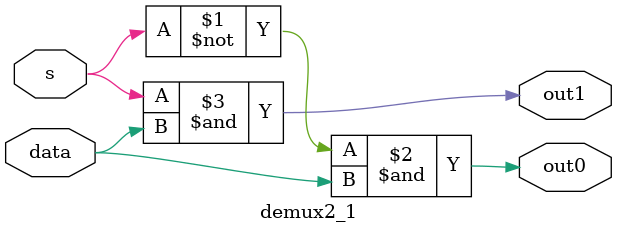
<source format=v>


module demux2_1 (out0,out1,data,s);
	input data,s;
	output out0,out1; 
	
    assign out0 = (~s & data);	 
	assign out1 = (s & data);

endmodule  
/*

// Using behavioral model
module demux2_1 (out0,out1,data,s);
	input data,s;
	output reg out0,out1; 

	
	always@(data,s)
		begin 
			case(s)
				0: begin out0 = data; out1 = 0; end
				1: begin out0 = 0;    out1 = data; end
		    endcase
		end
endmodule  

//_________________________________Gatelevel modeling  


module demux2_1 (out0,out1,data,s);
	input data,s;
	output out0,out1;
    wire  invs;
	
	not inv(invs,s);
	
	and and0(out0,data,invs);
	and and1(out1,data,s);

endmodule  

*/

</source>
